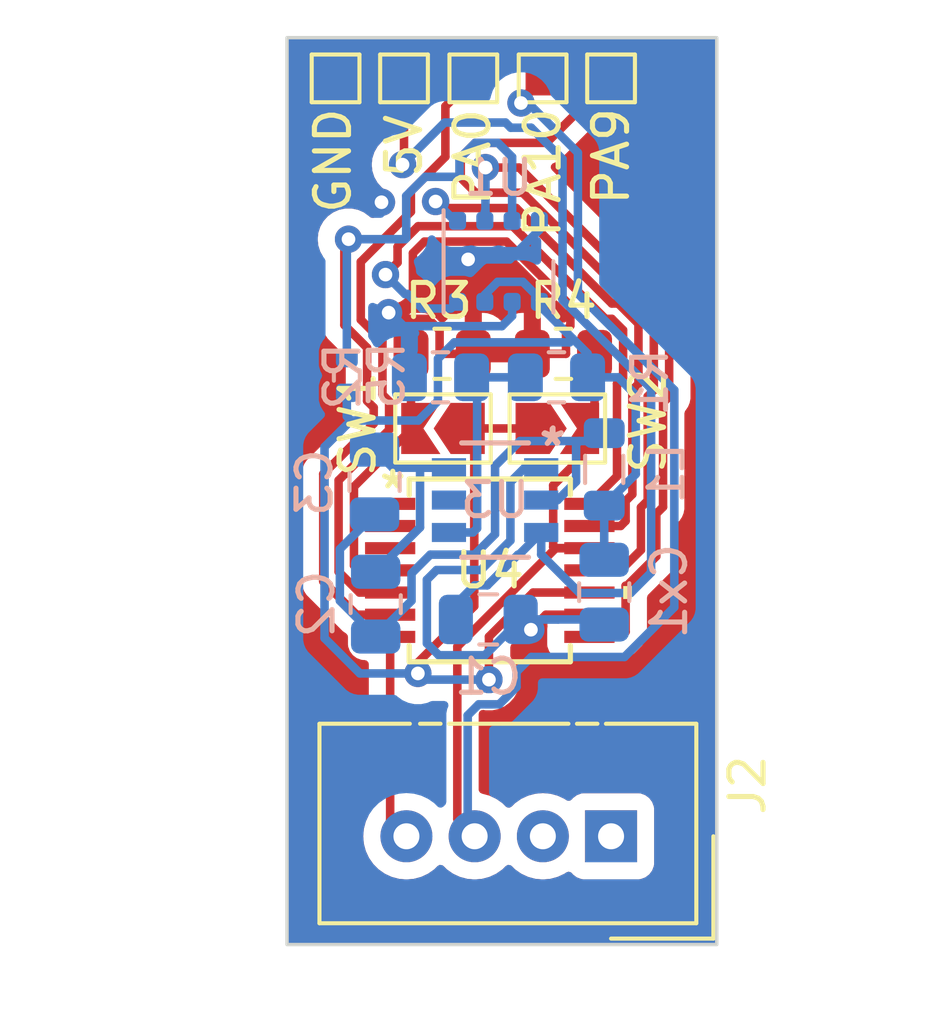
<source format=kicad_pcb>
(kicad_pcb (version 20240108) (generator "pcbnew") (generator_version "8.0")
  (layers (0 "F.Cu" signal) (31 "B.Cu" signal) (34 "B.Paste" user) (35 "F.Paste" user) (36 "B.SilkS" user "B.Silkscreen") (37 "F.SilkS" user "F.Silkscreen") (38 "B.Mask" user) (39 "F.Mask" user) (44 "Edge.Cuts" user))
  (net 0 "")
  (net 1 "GND")
  (net 2 "+5V")
  (net 3 "Net-(U3-BST)")
  (net 6 "/Grove2")
  (net 7 "/Grove1")
  (net 8 "Net-(U3-FB)")
  (net 9 "/MOSI")
  (net 10 "/MISO")
  (net 11 "/CS")
  (net 12 "/CLK")
  (net 13 "+3V3")
  (net 15 "Net-(U3-SW)")
  (net 16 "Net-(SW1-B)")
  (net 19 "/DBG_RX")
  (net 21 "/DBG_TX")
  (footprint "Jumper:SolderJumper-2_P1.3mm_Open_TrianglePad1.0x1.5mm" (layer "F.Cu") (at 117.3734 77.5 180)
    (property "Reference" "SW1" (at 2.503 0.127 90) (layer "F.SilkS"))
    (property "Value" "SW_SPST")
    (fp_line (start 1.4 1) (end -1.4 1) (stroke (width 0.12)) (layer "F.SilkS"))
    (fp_line (start 1.4 -1) (end 1.4 1) (stroke (width 0.12)) (layer "F.SilkS"))
    (fp_line (start -1.4 1) (end -1.4 -1) (stroke (width 0.12)) (layer "F.SilkS"))
    (fp_line (start -1.4 -1) (end 1.4 -1) (stroke (width 0.12)) (layer "F.SilkS"))
    (pad "1" smd custom (at -0.725 0 180) (size 0.3 0.3) (layers "F.Cu" "F.Mask") (net 13 "+3V3") (options (clearance outline) (anchor rect)) (primitives (gr_poly (pts (xy 1 0) (xy 0.5 0.75) (xy -0.5 0.75) (xy -0.5 -0.75) (xy 0.5 -0.75)) (width 0) (fill yes))))
    (pad "2" smd custom (at 0.725 0 180) (size 0.3 0.3) (layers "F.Cu" "F.Mask") (net 16 "Net-(SW1-B)") (options (clearance outline) (anchor rect)) (primitives (gr_poly (pts (xy 0.5 0.75) (xy -0.65 0.75) (xy -0.15 0) (xy -0.65 -0.75) (xy 0.5 -0.75)) (width 0) (fill yes))))
  )
  (footprint "TestPoint:TestPoint_Pad_1.0x1.0mm" (layer "F.Cu") (at 116.2304 67.2338)
    (property "Reference" "5V" (at 0 1.9812 90) (layer "F.SilkS"))
    (property "Value" "TestPoint_Pad_1.0x1.0mm")
    (fp_line (start -0.7 -0.7) (end 0.7 -0.7) (stroke (width 0.12)) (layer "F.SilkS"))
    (fp_line (start -0.7 0.7) (end -0.7 -0.7) (stroke (width 0.12)) (layer "F.SilkS"))
    (fp_line (start 0.7 -0.7) (end 0.7 0.7) (stroke (width 0.12)) (layer "F.SilkS"))
    (fp_line (start 0.7 0.7) (end -0.7 0.7) (stroke (width 0.12)) (layer "F.SilkS"))
    (pad "1" smd rect (at 0 0) (size 1 1) (layers "F.Cu" "F.Mask") (net 2 "+5V"))
  )
  (footprint "DOcuments folder:TSSOP14" (layer "F.Cu") (at 118.745 81.661)
    (property "Reference" "U4" (at 0 0 0) (layer "F.SilkS"))
    (property "Value" "STM32L011D4P6")
    (fp_line (start -2.3622 -2.6797) (end -2.3622 -2.20472) (stroke (width 0.1524)) (layer "F.SilkS"))
    (fp_line (start -2.3622 2.20472) (end -2.3622 2.6797) (stroke (width 0.1524)) (layer "F.SilkS"))
    (fp_line (start -2.3622 2.6797) (end 2.3622 2.6797) (stroke (width 0.1524)) (layer "F.SilkS"))
    (fp_line (start 2.3622 -2.6797) (end -2.3622 -2.6797) (stroke (width 0.1524)) (layer "F.SilkS"))
    (fp_line (start 2.3622 -2.20472) (end 2.3622 -2.6797) (stroke (width 0.1524)) (layer "F.SilkS"))
    (fp_line (start 2.3622 2.6797) (end 2.3622 2.20472) (stroke (width 0.1524)) (layer "F.SilkS"))
    (fp_poly (pts (xy 4.1656 0.45974) (xy 4.1656 0.84074) (xy 3.9116 0.84074) (xy 3.9116 0.45974)) (fill solid) (layer "F.SilkS"))
    (pad "1" smd rect (at -2.921 -1.95072) (size 1.4732 0.3556) (layers "F.Cu" "F.Paste" "F.Mask"))
    (pad "2" smd rect (at -2.921 -1.30048) (size 1.4732 0.3556) (layers "F.Cu" "F.Paste" "F.Mask"))
    (pad "3" smd rect (at -2.921 -0.65024) (size 1.4732 0.3556) (layers "F.Cu" "F.Paste" "F.Mask"))
    (pad "4" smd rect (at -2.921 0) (size 1.4732 0.3556) (layers "F.Cu" "F.Paste" "F.Mask") (net 16 "Net-(SW1-B)"))
    (pad "5" smd rect (at -2.921 0.65024) (size 1.4732 0.3556) (layers "F.Cu" "F.Paste" "F.Mask") (net 19 "/DBG_RX"))
    (pad "6" smd rect (at -2.921 1.30048) (size 1.4732 0.3556) (layers "F.Cu" "F.Paste" "F.Mask") (net 11 "/CS"))
    (pad "7" smd rect (at -2.921 1.95072) (size 1.4732 0.3556) (layers "F.Cu" "F.Paste" "F.Mask") (net 7 "/Grove1"))
    (pad "8" smd rect (at 2.921 1.95072) (size 1.4732 0.3556) (layers "F.Cu" "F.Paste" "F.Mask") (net 9 "/MOSI"))
    (pad "9" smd rect (at 2.921 1.30048) (size 1.4732 0.3556) (layers "F.Cu" "F.Paste" "F.Mask") (net 1 "GND"))
    (pad "10" smd rect (at 2.921 0.65024) (size 1.4732 0.3556) (layers "F.Cu" "F.Paste" "F.Mask") (net 13 "+3V3"))
    (pad "11" smd rect (at 2.921 0) (size 1.4732 0.3556) (layers "F.Cu" "F.Paste" "F.Mask") (net 21 "/DBG_TX"))
    (pad "12" smd rect (at 2.921 -0.65024) (size 1.4732 0.3556) (layers "F.Cu" "F.Paste" "F.Mask") (net 6 "/Grove2"))
    (pad "13" smd rect (at 2.921 -1.30048) (size 1.4732 0.3556) (layers "F.Cu" "F.Paste" "F.Mask") (net 12 "/CLK"))
    (pad "14" smd rect (at 2.921 -1.95072) (size 1.4732 0.3556) (layers "F.Cu" "F.Paste" "F.Mask") (net 10 "/MISO"))
  )
  (footprint "TestPoint:TestPoint_Pad_1.0x1.0mm" (layer "F.Cu") (at 122.301 67.2338)
    (property "Reference" "PA9" (at 0 2.286 90) (layer "F.SilkS"))
    (property "Value" "TestPoint_Pad_1.0x1.0mm")
    (fp_line (start -0.7 -0.7) (end 0.7 -0.7) (stroke (width 0.12)) (layer "F.SilkS"))
    (fp_line (start -0.7 0.7) (end -0.7 -0.7) (stroke (width 0.12)) (layer "F.SilkS"))
    (fp_line (start 0.7 -0.7) (end 0.7 0.7) (stroke (width 0.12)) (layer "F.SilkS"))
    (fp_line (start 0.7 0.7) (end -0.7 0.7) (stroke (width 0.12)) (layer "F.SilkS"))
    (pad "1" smd rect (at 0 0) (size 1 1) (layers "F.Cu" "F.Mask") (net 21 "/DBG_TX"))
  )
  (footprint "Connector:NS-Tech_Grove_1x04_P2mm_Vertical" (layer "F.Cu") (at 122.301 89.4588 -90)
    (property "Reference" "J2" (at -1.5 -4 90) (layer "F.SilkS"))
    (property "Value" "Conn_01x04")
    (fp_line (start -3.3 8.55) (end 2.55 8.55) (stroke (width 0.12)) (layer "F.SilkS"))
    (fp_line (start -3.3 5.9) (end -3.3 8.55) (stroke (width 0.12)) (layer "F.SilkS"))
    (fp_line (start -3.3 5) (end -3.3 5.6) (stroke (width 0.12)) (layer "F.SilkS"))
    (fp_line (start -3.3 1.25) (end -3.3 4.75) (stroke (width 0.12)) (layer "F.SilkS"))
    (fp_line (start -3.3 0.4) (end -3.3 1) (stroke (width 0.12)) (layer "F.SilkS"))
    (fp_line (start -3.3 -2.5) (end -3.3 0.15) (stroke (width 0.12)) (layer "F.SilkS"))
    (fp_line (start -3.3 -2.5) (end 2.55 -2.5) (stroke (width 0.12)) (layer "F.SilkS"))
    (fp_line (start 2.55 -2.5) (end 2.55 8.55) (stroke (width 0.12)) (layer "F.SilkS"))
    (fp_line (start 0 -3) (end 3 -3) (stroke (width 0.12)) (layer "F.SilkS"))
    (fp_line (start 3 -3) (end 3 0) (stroke (width 0.12)) (layer "F.SilkS"))
    (pad "1" thru_hole rect (at 0 0 270) (size 1.524 1.524) (drill 0.762) (layers "*.Cu" "*.Mask"))
    (pad "2" thru_hole circle (at 0 2 270) (size 1.524 1.524) (drill 0.762) (layers "*.Cu" "*.Mask"))
    (pad "3" thru_hole circle (at 0 4 270) (size 1.524 1.524) (drill 0.762) (layers "*.Cu" "*.Mask") (net 6 "/Grove2"))
    (pad "4" thru_hole circle (at 0 6 270) (size 1.524 1.524) (drill 0.762) (layers "*.Cu" "*.Mask") (net 7 "/Grove1"))
  )
  (footprint "Jumper:SolderJumper-2_P1.3mm_Open_TrianglePad1.0x1.5mm" (layer "F.Cu") (at 120.7262 77.5)
    (property "Reference" "SW2" (at 2.6554 -0.2286 90) (layer "F.SilkS"))
    (property "Value" "SW_SPST")
    (fp_line (start -1.4 -1) (end 1.4 -1) (stroke (width 0.12)) (layer "F.SilkS"))
    (fp_line (start -1.4 1) (end -1.4 -1) (stroke (width 0.12)) (layer "F.SilkS"))
    (fp_line (start 1.4 -1) (end 1.4 1) (stroke (width 0.12)) (layer "F.SilkS"))
    (fp_line (start 1.4 1) (end -1.4 1) (stroke (width 0.12)) (layer "F.SilkS"))
    (pad "1" smd custom (at -0.725 0) (size 0.3 0.3) (layers "F.Cu" "F.Mask") (net 13 "+3V3") (options (clearance outline) (anchor rect)) (primitives (gr_poly (pts (xy 1 0) (xy 0.5 0.75) (xy -0.5 0.75) (xy -0.5 -0.75) (xy 0.5 -0.75)) (width 0) (fill yes))))
    (pad "2" smd custom (at 0.725 0) (size 0.3 0.3) (layers "F.Cu" "F.Mask") (net 6 "/Grove2") (options (clearance outline) (anchor rect)) (primitives (gr_poly (pts (xy 0.5 0.75) (xy -0.65 0.75) (xy -0.15 0) (xy -0.65 -0.75) (xy 0.5 -0.75)) (width 0) (fill yes))))
  )
  (footprint "Resistor_SMD:R_0805_2012Metric" (layer "F.Cu") (at 117.348 75.311)
    (property "Reference" "R3" (at -0.1016 -1.5494 0) (layer "F.SilkS"))
    (property "Value" "10k")
    (fp_line (start -0.227064 -0.735) (end 0.227064 -0.735) (stroke (width 0.12)) (layer "F.SilkS"))
    (fp_line (start -0.227064 0.735) (end 0.227064 0.735) (stroke (width 0.12)) (layer "F.SilkS"))
    (pad "1" smd roundrect (at -0.9125 0) (size 1.025 1.4) (layers "F.Cu" "F.Paste" "F.Mask") (roundrect_rratio 0.243902) (net 16 "Net-(SW1-B)"))
    (pad "2" smd roundrect (at 0.9125 0) (size 1.025 1.4) (layers "F.Cu" "F.Paste" "F.Mask") (roundrect_rratio 0.243902) (net 1 "GND"))
  )
  (footprint "TestPoint:TestPoint_Pad_1.0x1.0mm" (layer "F.Cu") (at 120.2944 67.2338)
    (property "Reference" "PA10" (at 0 2.7686 90) (layer "F.SilkS"))
    (property "Value" "TestPoint_Pad_1.0x1.0mm")
    (fp_line (start -0.7 -0.7) (end 0.7 -0.7) (stroke (width 0.12)) (layer "F.SilkS"))
    (fp_line (start -0.7 0.7) (end -0.7 -0.7) (stroke (width 0.12)) (layer "F.SilkS"))
    (fp_line (start 0.7 -0.7) (end 0.7 0.7) (stroke (width 0.12)) (layer "F.SilkS"))
    (fp_line (start 0.7 0.7) (end -0.7 0.7) (stroke (width 0.12)) (layer "F.SilkS"))
    (pad "1" smd rect (at 0 0) (size 1 1) (layers "F.Cu" "F.Mask") (net 6 "/Grove2"))
  )
  (footprint "TestPoint:TestPoint_Pad_1.0x1.0mm" (layer "F.Cu") (at 114.2238 67.2338)
    (property "Reference" "GND" (at -0.0762 2.413 90) (layer "F.SilkS"))
    (property "Value" "TestPoint_Pad_1.0x1.0mm")
    (fp_line (start -0.7 -0.7) (end 0.7 -0.7) (stroke (width 0.12)) (layer "F.SilkS"))
    (fp_line (start -0.7 0.7) (end -0.7 -0.7) (stroke (width 0.12)) (layer "F.SilkS"))
    (fp_line (start 0.7 -0.7) (end 0.7 0.7) (stroke (width 0.12)) (layer "F.SilkS"))
    (fp_line (start 0.7 0.7) (end -0.7 0.7) (stroke (width 0.12)) (layer "F.SilkS"))
    (pad "1" smd rect (at 0 0) (size 1 1) (layers "F.Cu" "F.Mask") (net 1 "GND"))
  )
  (footprint "TestPoint:TestPoint_Pad_1.0x1.0mm" (layer "F.Cu") (at 118.2624 67.2338)
    (property "Reference" "PA0" (at -0.0254 2.3114 90) (layer "F.SilkS"))
    (property "Value" "TestPoint_Pad_1.0x1.0mm")
    (fp_line (start -0.7 -0.7) (end 0.7 -0.7) (stroke (width 0.12)) (layer "F.SilkS"))
    (fp_line (start -0.7 0.7) (end -0.7 -0.7) (stroke (width 0.12)) (layer "F.SilkS"))
    (fp_line (start 0.7 -0.7) (end 0.7 0.7) (stroke (width 0.12)) (layer "F.SilkS"))
    (fp_line (start 0.7 0.7) (end -0.7 0.7) (stroke (width 0.12)) (layer "F.SilkS"))
    (pad "1" smd rect (at 0 0) (size 1 1) (layers "F.Cu" "F.Mask") (net 19 "/DBG_RX"))
  )
  (footprint "Resistor_SMD:R_0805_2012Metric" (layer "F.Cu") (at 120.904 75.311 180)
    (property "Reference" "R4" (at 0 1.5494 0) (layer "F.SilkS"))
    (property "Value" "10k")
    (fp_line (start -0.227064 0.735) (end 0.227064 0.735) (stroke (width 0.12)) (layer "F.SilkS"))
    (fp_line (start -0.227064 -0.735) (end 0.227064 -0.735) (stroke (width 0.12)) (layer "F.SilkS"))
    (pad "1" smd roundrect (at -0.9125 0 180) (size 1.025 1.4) (layers "F.Cu" "F.Paste" "F.Mask") (roundrect_rratio 0.243902) (net 6 "/Grove2"))
    (pad "2" smd roundrect (at 0.9125 0 180) (size 1.025 1.4) (layers "F.Cu" "F.Paste" "F.Mask") (roundrect_rratio 0.243902) (net 1 "GND"))
  )
  (footprint "asd:TSOT26STANDARD_DIO" (layer "B.Cu") (at 118.9 79.6 180)
    (property "Reference" "U3" (at 0 0 0) (layer "B.SilkS") (effects (justify mirror)))
    (property "Value" "AP62250WU-7")
    (fp_line (start 0.9779 -1.6764) (end -0.9779 -1.6764) (stroke (width 0.1524)) (layer "B.SilkS"))
    (fp_line (start -0.9779 1.6764) (end 0.9779 1.6764) (stroke (width 0.1524)) (layer "B.SilkS"))
    (fp_text user "*" (at -1.6738 1.5458 180) (layer "B.SilkS") (effects (justify mirror)))
    (fp_text user "*" (at -1.6992 1.5712 0) (layer "B.SilkS") (effects (justify mirror)))
    (pad "1" smd rect (at -1.35255 0.950001 180) (size 1.0033 0.5588) (layers "B.Cu" "B.Paste" "B.Mask") (net 1 "GND"))
    (pad "2" smd rect (at -1.35255 0 180) (size 1.0033 0.5588) (layers "B.Cu" "B.Paste" "B.Mask") (net 15 "Net-(U3-SW)"))
    (pad "3" smd rect (at -1.35255 -0.950001 180) (size 1.0033 0.5588) (layers "B.Cu" "B.Paste" "B.Mask") (net 2 "+5V"))
    (pad "4" smd rect (at 1.35255 -0.950001 180) (size 1.0033 0.5588) (layers "B.Cu" "B.Paste" "B.Mask") (net 8 "Net-(U3-FB)"))
    (pad "5" smd rect (at 1.35255 0 180) (size 1.0033 0.5588) (layers "B.Cu" "B.Paste" "B.Mask"))
    (pad "6" smd rect (at 1.35255 0.950001 180) (size 1.0033 0.5588) (layers "B.Cu" "B.Paste" "B.Mask") (net 3 "Net-(U3-BST)"))
  )
  (footprint "Capacitor_SMD:C_0805_2012Metric" (layer "B.Cu") (at 115.4 82.6516 -90)
    (property "Reference" "C2" (at -0.004 1.735 90) (layer "B.SilkS") (effects (justify mirror)))
    (property "Value" "22uF")
    (fp_line (start -0.261252 0.735) (end 0.261252 0.735) (stroke (width 0.12)) (layer "B.SilkS"))
    (fp_line (start -0.261252 -0.735) (end 0.261252 -0.735) (stroke (width 0.12)) (layer "B.SilkS"))
    (pad "1" smd roundrect (at -0.95 0 270) (size 1 1.45) (layers "B.Cu" "B.Paste" "B.Mask") (net 3 "Net-(U3-BST)"))
    (pad "2" smd roundrect (at 0.95 0 270) (size 1 1.45) (layers "B.Cu" "B.Paste" "B.Mask") (net 15 "Net-(U3-SW)"))
  )
  (footprint "Resistor_SMD:R_0805_2012Metric" (layer "B.Cu") (at 120.7 76 180)
    (property "Reference" "R1" (at -2.744 -0.1492 -90) (layer "B.SilkS") (effects (justify mirror)))
    (property "Value" "31.6k")
    (fp_line (start -0.227064 0.735) (end 0.227064 0.735) (stroke (width 0.12)) (layer "B.SilkS"))
    (fp_line (start -0.227064 -0.735) (end 0.227064 -0.735) (stroke (width 0.12)) (layer "B.SilkS"))
    (pad "1" smd roundrect (at -0.9125 0 180) (size 1.025 1.4) (layers "B.Cu" "B.Paste" "B.Mask") (roundrect_rratio 0.243902) (net 13 "+3V3"))
    (pad "2" smd roundrect (at 0.9125 0 180) (size 1.025 1.4) (layers "B.Cu" "B.Paste" "B.Mask") (roundrect_rratio 0.243902) (net 8 "Net-(U3-FB)"))
  )
  (footprint "Capacitor_SMD:C_0805_2012Metric" (layer "B.Cu") (at 115.3668 79.0702 -90)
    (property "Reference" "C3" (at 0.0146 1.7588 90) (layer "B.SilkS") (effects (justify mirror)))
    (property "Value" "22uF")
    (fp_line (start 0.261252 0.735) (end -0.261252 0.735) (stroke (width 0.12)) (layer "B.SilkS"))
    (fp_line (start 0.261252 -0.735) (end -0.261252 -0.735) (stroke (width 0.12)) (layer "B.SilkS"))
    (pad "1" smd roundrect (at -0.95 0 270) (size 1 1.45) (layers "B.Cu" "B.Paste" "B.Mask") (net 3 "Net-(U3-BST)"))
    (pad "2" smd roundrect (at 0.95 0 270) (size 1 1.45) (layers "B.Cu" "B.Paste" "B.Mask") (net 15 "Net-(U3-SW)"))
  )
  (footprint "Inductor_SMD:L_0805_2012Metric" (layer "B.Cu") (at 122.1 78.7 -90)
    (property "Reference" "L1" (at 0.1162 -1.8266 90) (layer "B.SilkS") (effects (justify mirror)))
    (property "Value" "2.2uH")
    (fp_line (start -0.399622 0.56) (end 0.399622 0.56) (stroke (width 0.12)) (layer "B.SilkS"))
    (fp_line (start -0.399622 -0.56) (end 0.399622 -0.56) (stroke (width 0.12)) (layer "B.SilkS"))
    (pad "1" smd roundrect (at -1.0625 0 270) (size 0.875 1.2) (layers "B.Cu" "B.Paste" "B.Mask") (net 15 "Net-(U3-SW)"))
    (pad "2" smd roundrect (at 1.0625 0 270) (size 0.875 1.2) (layers "B.Cu" "B.Paste" "B.Mask") (net 13 "+3V3"))
  )
  (footprint "Capacitor_SMD:C_0805_2012Metric" (layer "B.Cu") (at 118.7 83.1)
    (property "Reference" "C1" (at 0 1.68 0) (layer "B.SilkS") (effects (justify mirror)))
    (property "Value" "10uF")
    (fp_line (start -0.261252 -0.735) (end 0.261252 -0.735) (stroke (width 0.12)) (layer "B.SilkS"))
    (fp_line (start -0.261252 0.735) (end 0.261252 0.735) (stroke (width 0.12)) (layer "B.SilkS"))
    (pad "1" smd roundrect (at -0.95 0) (size 1 1.45) (layers "B.Cu" "B.Paste" "B.Mask") (net 2 "+5V"))
    (pad "2" smd roundrect (at 0.95 0) (size 1 1.45) (layers "B.Cu" "B.Paste" "B.Mask") (net 1 "GND"))
  )
  (footprint "Capacitor_SMD:C_0805_2012Metric" (layer "B.Cu") (at 122.1 82.3 -90)
    (property "Reference" "Cx1" (at -0.0294 -1.9028 90) (layer "B.SilkS") (effects (justify mirror)))
    (property "Value" "10uF")
    (fp_line (start -0.261252 0.735) (end 0.261252 0.735) (stroke (width 0.12)) (layer "B.SilkS"))
    (fp_line (start -0.261252 -0.735) (end 0.261252 -0.735) (stroke (width 0.12)) (layer "B.SilkS"))
    (pad "1" smd roundrect (at -0.95 0 270) (size 1 1.45) (layers "B.Cu" "B.Paste" "B.Mask") (net 13 "+3V3"))
    (pad "2" smd roundrect (at 0.95 0 270) (size 1 1.45) (layers "B.Cu" "B.Paste" "B.Mask") (net 1 "GND"))
  )
  (footprint "Package_LGA:Bosch_LGA-8_3x3mm_P0.8mm_ClockwisePinNumbering" (layer "B.Cu") (at 119 72.6 180)
    (property "Reference" "U1" (at 0 2.45 0) (layer "B.SilkS") (effects (justify mirror)))
    (property "Value" "BME688")
    (fp_line (start 1.61 1.5) (end 1.61 -1.5) (stroke (width 0.12)) (layer "B.SilkS"))
    (fp_line (start -1.61 0) (end -1.61 -1.5) (stroke (width 0.12)) (layer "B.SilkS"))
    (pad "1" smd roundrect (at -1.2 1.1875 180) (size 0.5 0.525) (layers "B.Cu" "B.Paste" "B.Mask") (net 1 "GND"))
    (pad "2" smd roundrect (at -0.4 1.1875 180) (size 0.5 0.525) (layers "B.Cu" "B.Paste" "B.Mask") (net 11 "/CS"))
    (pad "3" smd roundrect (at 0.4 1.1875 180) (size 0.5 0.525) (layers "B.Cu" "B.Paste" "B.Mask") (net 9 "/MOSI"))
    (pad "4" smd roundrect (at 1.2 1.1875 180) (size 0.5 0.525) (layers "B.Cu" "B.Paste" "B.Mask") (net 12 "/CLK"))
    (pad "5" smd roundrect (at 1.2 -1.1875 180) (size 0.5 0.525) (layers "B.Cu" "B.Paste" "B.Mask") (net 10 "/MISO"))
    (pad "6" smd roundrect (at 0.4 -1.1875 180) (size 0.5 0.525) (layers "B.Cu" "B.Paste" "B.Mask") (net 13 "+3V3"))
    (pad "7" smd roundrect (at -0.4 -1.1875 180) (size 0.5 0.525) (layers "B.Cu" "B.Paste" "B.Mask") (net 1 "GND"))
    (pad "8" smd roundrect (at -1.2 -1.1875 180) (size 0.5 0.525) (layers "B.Cu" "B.Paste" "B.Mask") (net 13 "+3V3"))
  )
  (footprint "Resistor_SMD:R_0402_1005Metric" (layer "B.Cu") (at 114.554 75.946 90)
    (property "Reference" "R5" (at 0 1.17 90) (layer "B.SilkS") (effects (justify mirror)))
    (property "Value" "10k")
    (fp_line (start 0.153641 -0.38) (end -0.153641 -0.38) (stroke (width 0.12)) (layer "B.SilkS"))
    (fp_line (start 0.153641 0.38) (end -0.153641 0.38) (stroke (width 0.12)) (layer "B.SilkS"))
    (pad "1" smd roundrect (at -0.51 0 90) (size 0.54 0.64) (layers "B.Cu" "B.Paste" "B.Mask") (net 13 "+3V3"))
    (pad "2" smd roundrect (at 0.51 0 90) (size 0.54 0.64) (layers "B.Cu" "B.Paste" "B.Mask") (net 11 "/CS"))
  )
  (footprint "Resistor_SMD:R_0805_2012Metric" (layer "B.Cu") (at 117.3 76 180)
    (property "Reference" "R2" (at 2.873 0.0286 -90) (layer "B.SilkS") (effects (justify mirror)))
    (property "Value" "10k")
    (fp_line (start -0.227064 0.735) (end 0.227064 0.735) (stroke (width 0.12)) (layer "B.SilkS"))
    (fp_line (start -0.227064 -0.735) (end 0.227064 -0.735) (stroke (width 0.12)) (layer "B.SilkS"))
    (pad "1" smd roundrect (at -0.9125 0 180) (size 1.025 1.4) (layers "B.Cu" "B.Paste" "B.Mask") (roundrect_rratio 0.243902) (net 8 "Net-(U3-FB)"))
    (pad "2" smd roundrect (at 0.9125 0 180) (size 1.025 1.4) (layers "B.Cu" "B.Paste" "B.Mask") (roundrect_rratio 0.243902) (net 1 "GND"))
  )
  (gr_rect (start 112.8014 66.04) (end 125.3998 92.6338) (stroke (width 0.1)) (fill none) (layer "Edge.Cuts"))
  (gr_text "*" (at 115.9002 79.2988 0) (layer "F.SilkS") (effects (font (size 1 1))))
  (segment (start 117.273 75.311) (end 117.273 74.6159) (width 0.25) (layer "F.Cu") (net 1))
  (segment (start 119.233016 72.02) (end 116.830396 72.02) (width 0.25) (layer "F.Cu") (net 1))
  (segment (start 120.390382 82.96148) (end 119.950931 83.400931) (width 0.25) (layer "F.Cu") (net 1))
  (segment (start 120.979 75.311) (end 120.979 74.6159) (width 0.25) (layer "F.Cu") (net 1))
  (segment (start 115.962349 74.286) (end 116.078 74.286) (width 0.25) (layer "F.Cu") (net 1))
  (segment (start 119.9915 75.311) (end 120.979 75.311) (width 0.25) (layer "F.Cu") (net 1))
  (segment (start 116.491 73.873) (end 116.078 74.286) (width 0.25) (layer "F.Cu") (net 1))
  (segment (start 116.491 72.359396) (end 116.491 73.873) (width 0.25) (layer "F.Cu") (net 1))
  (segment (start 121.1072 73.894184) (end 119.233016 72.02) (width 0.25) (layer "F.Cu") (net 1))
  (segment (start 116.830396 72.02) (end 116.491 72.359396) (width 0.25) (layer "F.Cu") (net 1))
  (segment (start 116.9431 74.286) (end 116.078 74.286) (width 0.25) (layer "F.Cu") (net 1))
  (segment (start 117.273 74.6159) (end 116.9431 74.286) (width 0.25) (layer "F.Cu") (net 1))
  (segment (start 121.1072 74.4877) (end 121.1072 73.894184) (width 0.25) (layer "F.Cu") (net 1))
  (segment (start 120.979 74.6159) (end 121.1072 74.4877) (width 0.25) (layer "F.Cu") (net 1))
  (segment (start 121.666 82.96148) (end 120.390382 82.96148) (width 0.25) (layer "F.Cu") (net 1))
  (segment (start 115.779771 74.103422) (end 115.962349 74.286) (width 0.25) (layer "F.Cu") (net 1))
  (segment (start 118.2605 75.311) (end 117.273 75.311) (width 0.25) (layer "F.Cu") (net 1))
  (via (at 119.950931 83.400931) (size 0.8) (drill 0.4) (layers "F.Cu" "B.Cu") (net 1))
  (via (at 118.11 72.5424) (size 0.8) (drill 0.4) (layers "F.Cu" "B.Cu") (net 1))
  (via (at 115.779771 74.103422) (size 0.8) (drill 0.4) (layers "F.Cu" "B.Cu") (net 1))
  (via (at 115.57 70.866) (size 0.8) (drill 0.4) (layers "F.Cu" "B.Cu") (net 1))
  (segment (start 120.2 71.674999) (end 120.2 71.4125) (width 0.25) (layer "B.Cu") (net 1))
  (segment (start 119.35 80.786396) (end 119.35 79.0715) (width 0.25) (layer "B.Cu") (net 1))
  (segment (start 119.85 83.1) (end 120.15 83.4) (width 0.25) (layer "B.Cu") (net 1))
  (segment (start 120.251862 83.1) (end 120.7516 83.1) (width 0.25) (layer "B.Cu") (net 1))
  (segment (start 119.35 79.0715) (end 119.771501 78.649999) (width 0.25) (layer "B.Cu") (net 1))
  (segment (start 119.65 83.1) (end 120.7516 83.1) (width 0.25) (layer "B.Cu") (net 1))
  (segment (start 119.65 83.1) (end 118.6 84.15) (width 0.25) (layer "B.Cu") (net 1))
  (segment (start 121.95 83.1) (end 120.7516 83.1) (width 0.25) (layer "B.Cu") (net 1))
  (segment (start 119.1 74.5) (end 116.176349 74.5) (width 0.25) (layer "B.Cu") (net 1))
  (segment (start 119.4 73.7875) (end 119.4 74.2) (width 0.25) (layer "B.Cu") (net 1))
  (segment (start 116.176349 74.5) (end 115.779771 74.103422) (width 0.25) (layer "B.Cu") (net 1))
  (segment (start 122.1 83.25) (end 121.95 83.1) (width 0.25) (layer "B.Cu") (net 1))
  (segment (start 119.950931 83.400931) (end 120.251862 83.1) (width 0.25) (layer "B.Cu") (net 1))
  (segment (start 118.6 84.15) (end 117.25 84.15) (width 0.25) (layer "B.Cu") (net 1))
  (segment (start 117.25 84.15) (end 116.9 83.8) (width 0.25) (layer "B.Cu") (net 1))
  (segment (start 119.771501 78.649999) (end 120.25255 78.649999) (width 0.25) (layer "B.Cu") (net 1))
  (segment (start 118.11 72.5424) (end 119.332599 72.5424) (width 0.25) (layer "B.Cu") (net 1))
  (segment (start 116.9 81.936396) (end 117.186396 81.65) (width 0.25) (layer "B.Cu") (net 1))
  (segment (start 116.9 83.8) (end 116.9 81.936396) (width 0.25) (layer "B.Cu") (net 1))
  (segment (start 119.65 83.1) (end 119.85 83.1) (width 0.25) (layer "B.Cu") (net 1))
  (segment (start 119.332599 72.5424) (end 120.2 71.674999) (width 0.25) (layer "B.Cu") (net 1))
  (segment (start 117.186396 81.65) (end 118.486396 81.65) (width 0.25) (layer "B.Cu") (net 1))
  (segment (start 119.4 74.2) (end 119.1 74.5) (width 0.25) (layer "B.Cu") (net 1))
  (segment (start 118.486396 81.65) (end 119.35 80.786396) (width 0.25) (layer "B.Cu") (net 1))
  (segment (start 116.2304 69.720643) (end 116.2304 67.2338) (width 0.25) (layer "F.Cu") (net 2))
  (segment (start 116.187364 69.763679) (end 116.2304 69.720643) (width 0.25) (layer "F.Cu") (net 2))
  (via (at 116.187364 69.763679) (size 0.8) (drill 0.4) (layers "F.Cu" "B.Cu") (net 2))
  (segment (start 119.602551 81.2) (end 119.572792 81.2) (width 0.25) (layer "B.Cu") (net 2))
  (segment (start 123.475 76.3299) (end 123.475 81.725) (width 0.25) (layer "B.Cu") (net 2))
  (segment (start 120.25255 80.550001) (end 119.602551 81.2) (width 0.25) (layer "B.Cu") (net 2))
  (segment (start 123.475 81.725) (end 122.875 82.325) (width 0.25) (layer "B.Cu") (net 2))
  (segment (start 118.672792 82.1) (end 118.3 82.1) (width 0.25) (layer "B.Cu") (net 2))
  (segment (start 119.959705 68.6816) (end 120.8786 69.600495) (width 0.25) (layer "B.Cu") (net 2))
  (segment (start 119.359095 68.6816) (end 119.959705 68.6816) (width 0.25) (layer "B.Cu") (net 2))
  (segment (start 121.3799 82.325) (end 120.25255 81.19765) (width 0.25) (layer "B.Cu") (net 2))
  (segment (start 122.875 82.325) (end 121.3799 82.325) (width 0.25) (layer "B.Cu") (net 2))
  (segment (start 120.8786 69.600495) (end 120.8786 73.7335) (width 0.25) (layer "B.Cu") (net 2))
  (segment (start 120.8786 73.7335) (end 123.475 76.3299) (width 0.25) (layer "B.Cu") (net 2))
  (segment (start 117.421843 68.5292) (end 119.206695 68.5292) (width 0.25) (layer "B.Cu") (net 2))
  (segment (start 119.206695 68.5292) (end 119.359095 68.6816) (width 0.25) (layer "B.Cu") (net 2))
  (segment (start 118.3 82.1) (end 117.75 82.65) (width 0.25) (layer "B.Cu") (net 2))
  (segment (start 119.572792 81.2) (end 118.672792 82.1) (width 0.25) (layer "B.Cu") (net 2))
  (segment (start 120.25255 81.19765) (end 120.25255 80.550001) (width 0.25) (layer "B.Cu") (net 2))
  (segment (start 117.75 82.65) (end 117.75 83.1) (width 0.25) (layer "B.Cu") (net 2))
  (segment (start 116.187364 69.763679) (end 117.421843 68.5292) (width 0.25) (layer "B.Cu") (net 2))
  (segment (start 116.7 78.7) (end 116.750001 78.649999) (width 0.25) (layer "B.Cu") (net 3))
  (segment (start 115.4 81.7016) (end 116.7 80.4016) (width 0.25) (layer "B.Cu") (net 3))
  (segment (start 115.896599 78.649999) (end 117.54745 78.649999) (width 0.25) (layer "B.Cu") (net 3))
  (segment (start 116.750001 78.649999) (end 117.54745 78.649999) (width 0.25) (layer "B.Cu") (net 3))
  (segment (start 116.7 80.4016) (end 116.7 78.7) (width 0.25) (layer "B.Cu") (net 3))
  (segment (start 115.3668 78.1202) (end 115.896599 78.649999) (width 0.25) (layer "B.Cu") (net 3))
  (segment (start 121.4512 78.3198) (end 120.6044 79.1666) (width 0.25) (layer "F.Cu") (net 6))
  (segment (start 121.8165 75.311) (end 121.8165 77.1347) (width 0.25) (layer "F.Cu") (net 6))
  (segment (start 121.8165 77.1347) (end 121.4512 77.5) (width 0.25) (layer "F.Cu") (net 6))
  (segment (start 117.793 88.9508) (end 118.301 89.4588) (width 0.25) (layer "F.Cu") (net 6))
  (segment (start 117.793 83.89716) (end 117.793 88.9508) (width 0.25) (layer "F.Cu") (net 6))
  (segment (start 121.666 81.01076) (end 120.6794 81.01076) (width 0.25) (layer "F.Cu") (net 6))
  (segment (start 120.6044 79.1666) (end 120.6044 80.9804) (width 0.25) (layer "F.Cu") (net 6))
  (segment (start 120.63476 81.01076) (end 121.666 81.01076) (width 0.25) (layer "F.Cu") (net 6))
  (segment (start 120.6044 80.9804) (end 120.63476 81.01076) (width 0.25) (layer "F.Cu") (net 6))
  (segment (start 119.6594 67.8688) (end 120.2944 67.2338) (width 0.25) (layer "F.Cu") (net 6))
  (segment (start 121.4512 77.5) (end 121.4512 78.3198) (width 0.25) (layer "F.Cu") (net 6))
  (segment (start 120.6794 81.01076) (end 117.793 83.89716) (width 0.25) (layer "F.Cu") (net 6))
  (segment (start 119.6594 67.9566) (end 119.6594 67.8688) (width 0.25) (layer "F.Cu") (net 6))
  (via (at 119.6594 67.9566) (size 0.8) (drill 0.4) (layers "F.Cu" "B.Cu") (net 6))
  (segment (start 118.42017 85.589921) (end 118.0978 85.912291) (width 0.25) (layer "B.Cu") (net 6))
  (segment (start 124.1552 82.7399) (end 122.6941 84.201) (width 0.25) (layer "B.Cu") (net 6))
  (segment (start 124.1552 76.373704) (end 124.1552 82.7399) (width 0.25) (layer "B.Cu") (net 6))
  (segment (start 122.6941 84.201) (end 119.9642 84.201) (width 0.25) (layer "B.Cu") (net 6))
  (segment (start 118.0978 85.912291) (end 118.0978 89.2556) (width 0.25) (layer "B.Cu") (net 6))
  (segment (start 119.529809 85.080892) (end 119.02078 85.589921) (width 0.25) (layer "B.Cu") (net 6))
  (segment (start 119.529809 84.635391) (end 119.529809 85.080892) (width 0.25) (layer "B.Cu") (net 6))
  (segment (start 119.871101 67.9566) (end 121.3286 69.414099) (width 0.25) (layer "B.Cu") (net 6))
  (segment (start 118.0978 89.2556) (end 118.301 89.4588) (width 0.25) (layer "B.Cu") (net 6))
  (segment (start 119.02078 85.589921) (end 118.42017 85.589921) (width 0.25) (layer "B.Cu") (net 6))
  (segment (start 121.3286 73.547104) (end 124.1552 76.373704) (width 0.25) (layer "B.Cu") (net 6))
  (segment (start 119.6594 67.9566) (end 119.871101 67.9566) (width 0.25) (layer "B.Cu") (net 6))
  (segment (start 119.9642 84.201) (end 119.529809 84.635391) (width 0.25) (layer "B.Cu") (net 6))
  (segment (start 121.3286 69.414099) (end 121.3286 73.547104) (width 0.25) (layer "B.Cu") (net 6))
  (segment (start 115.824 88.9818) (end 115.824 83.61172) (width 0.25) (layer "F.Cu") (net 7))
  (segment (start 116.301 89.4588) (end 115.824 88.9818) (width 0.25) (layer "F.Cu") (net 7))
  (segment (start 118.2125 76) (end 118.3741 76.1616) (width 0.25) (layer "B.Cu") (net 8))
  (segment (start 118.249999 80.550001) (end 117.54745 80.550001) (width 0.25) (layer "B.Cu") (net 8))
  (segment (start 118.3741 80.4259) (end 118.249999 80.550001) (width 0.25) (layer "B.Cu") (net 8))
  (segment (start 118.2125 76) (end 119.7875 76) (width 0.25) (layer "B.Cu") (net 8))
  (segment (start 118.3741 76.1616) (end 118.3741 80.4259) (width 0.25) (layer "B.Cu") (net 8))
  (segment (start 122.7276 82.111) (end 122.7276 83.46428) (width 0.25) (layer "F.Cu") (net 9))
  (segment (start 124.004 74.056712) (end 124.004 76.565288) (width 0.25) (layer "F.Cu") (net 9))
  (segment (start 123.825 76.744288) (end 123.825 79.8026) (width 0.25) (layer "F.Cu") (net 9))
  (segment (start 119.6086 69.85) (end 122.6946 72.936) (width 0.25) (layer "F.Cu") (net 9))
  (segment (start 122.7276 83.46428) (end 122.58016 83.61172) (width 0.25) (layer "F.Cu") (net 9))
  (segment (start 123.6276 80) (end 123.6276 81.249956) (width 0.25) (layer "F.Cu") (net 9))
  (segment (start 123.825 79.8026) (end 123.6276 80) (width 0.25) (layer "F.Cu") (net 9))
  (segment (start 122.766556 82.111) (end 122.7276 82.111) (width 0.25) (layer "F.Cu") (net 9))
  (segment (start 118.618 69.85) (end 119.6086 69.85) (width 0.25) (layer "F.Cu") (net 9))
  (segment (start 122.58016 83.61172) (end 121.666 83.61172) (width 0.25) (layer "F.Cu") (net 9))
  (segment (start 124.004 76.565288) (end 123.825 76.744288) (width 0.25) (layer "F.Cu") (net 9))
  (segment (start 123.6276 81.249956) (end 122.766556 82.111) (width 0.25) (layer "F.Cu") (net 9))
  (segment (start 122.883288 72.936) (end 124.004 74.056712) (width 0.25) (layer "F.Cu") (net 9))
  (segment (start 122.6946 72.936) (end 122.883288 72.936) (width 0.25) (layer "F.Cu") (net 9))
  (via (at 118.618 69.85) (size 0.8) (drill 0.4) (layers "F.Cu" "B.Cu") (net 9))
  (segment (start 118.618 69.85) (end 118.618 71.132001) (width 0.25) (layer "B.Cu") (net 9))
  (segment (start 118.618 71.132001) (end 118.6 71.150001) (width 0.25) (layer "B.Cu") (net 9))
  (segment (start 118.6 71.150001) (end 118.6 71.4125) (width 0.25) (layer "B.Cu") (net 9))
  (segment (start 119.419412 71.57) (end 122.135412 74.286) (width 0.25) (layer "F.Cu") (net 10))
  (segment (start 122.475 76.1851) (end 122.475 78.90128) (width 0.25) (layer "F.Cu") (net 10))
  (segment (start 122.654 74.6159) (end 122.654 76.0061) (width 0.25) (layer "F.Cu") (net 10))
  (segment (start 116.644 71.57) (end 119.419412 71.57) (width 0.25) (layer "F.Cu") (net 10))
  (segment (start 116.041 72.634392) (end 116.041 72.173) (width 0.25) (layer "F.Cu") (net 10))
  (segment (start 122.3241 74.286) (end 122.654 74.6159) (width 0.25) (layer "F.Cu") (net 10))
  (segment (start 122.475 78.90128) (end 121.666 79.71028) (width 0.25) (layer "F.Cu") (net 10))
  (segment (start 116.041 72.173) (end 116.644 71.57) (width 0.25) (layer "F.Cu") (net 10))
  (segment (start 115.687392 72.988) (end 116.041 72.634392) (width 0.25) (layer "F.Cu") (net 10))
  (segment (start 122.135412 74.286) (end 122.3241 74.286) (width 0.25) (layer "F.Cu") (net 10))
  (segment (start 122.654 76.0061) (end 122.475 76.1851) (width 0.25) (layer "F.Cu") (net 10))
  (via (at 115.687392 72.988) (size 0.8) (drill 0.4) (layers "F.Cu" "B.Cu") (net 10))
  (segment (start 115.687392 72.988) (end 116.257257 73.557865) (width 0.25) (layer "B.Cu") (net 10))
  (segment (start 116.257257 73.557865) (end 116.340268 73.557865) (width 0.25) (layer "B.Cu") (net 10))
  (segment (start 117.60494 73.98256) (end 117.8 73.7875) (width 0.25) (layer "B.Cu") (net 10))
  (segment (start 116.764963 73.98256) (end 117.60494 73.98256) (width 0.25) (layer "B.Cu") (net 10))
  (segment (start 116.340268 73.557865) (end 116.764963 73.98256) (width 0.25) (layer "B.Cu") (net 10))
  (segment (start 115.148 75.133352) (end 115.148 76.6924) (width 0.25) (layer "F.Cu") (net 11))
  (segment (start 113.8624 78.834688) (end 113.8624 81.98648) (width 0.25) (layer "F.Cu") (net 11))
  (segment (start 115.3414 77.355688) (end 113.8624 78.834688) (width 0.25) (layer "F.Cu") (net 11))
  (segment (start 114.480505 74.465857) (end 115.148 75.133352) (width 0.25) (layer "F.Cu") (net 11))
  (segment (start 115.3414 76.8858) (end 115.3414 77.355688) (width 0.25) (layer "F.Cu") (net 11))
  (segment (start 114.480505 72.071793) (end 114.480505 74.465857) (width 0.25) (layer "F.Cu") (net 11))
  (segment (start 114.8374 82.96148) (end 115.824 82.96148) (width 0.25) (layer "F.Cu") (net 11))
  (segment (start 115.148 76.6924) (end 115.3414 76.8858) (width 0.25) (layer "F.Cu") (net 11))
  (segment (start 114.602843 71.949455) (end 114.480505 72.071793) (width 0.25) (layer "F.Cu") (net 11))
  (segment (start 113.8624 81.98648) (end 114.8374 82.96148) (width 0.25) (layer "F.Cu") (net 11))
  (via (at 114.602843 71.949455) (size 0.8) (drill 0.4) (layers "F.Cu" "B.Cu") (net 11))
  (segment (start 117.856 70.104) (end 117.84 70.12) (width 0.25) (layer "B.Cu") (net 11))
  (segment (start 114.554 75.436) (end 114.554 71.998298) (width 0.25) (layer "B.Cu") (net 11))
  (segment (start 114.554 71.998298) (end 114.602843 71.949455) (width 0.25) (layer "B.Cu") (net 11))
  (segment (start 119.4 71.4125) (end 119.4 69.5398) (width 0.25) (layer "B.Cu") (net 11))
  (segment (start 114.602843 71.949455) (end 114.653388 72) (width 0.25) (layer "B.Cu") (net 11))
  (segment (start 116.295 71.919) (end 116.264545 71.949455) (width 0.25) (layer "B.Cu") (net 11))
  (segment (start 119.4 71.51486) (end 119.4 71.4125) (width 0.25) (layer "B.Cu") (net 11))
  (segment (start 116.856348 70.12) (end 116.295 70.681348) (width 0.25) (layer "B.Cu") (net 11))
  (segment (start 118.9852 69.125) (end 118.317695 69.125) (width 0.25) (layer "B.Cu") (net 11))
  (segment (start 118.317695 69.125) (end 117.856 69.586695) (width 0.25) (layer "B.Cu") (net 11))
  (segment (start 116.295 70.681348) (end 116.295 71.919) (width 0.25) (layer "B.Cu") (net 11))
  (segment (start 117.856 69.586695) (end 117.856 70.104) (width 0.25) (layer "B.Cu") (net 11))
  (segment (start 119.4 69.5398) (end 118.9852 69.125) (width 0.25) (layer "B.Cu") (net 11))
  (segment (start 117.84 70.12) (end 116.856348 70.12) (width 0.25) (layer "B.Cu") (net 11))
  (segment (start 116.264545 71.949455) (end 114.602843 71.949455) (width 0.25) (layer "B.Cu") (net 11))
  (segment (start 119.522408 71.0366) (end 122.321808 73.836) (width 0.25) (layer "F.Cu") (net 12))
  (segment (start 117.348253 71.0366) (end 119.522408 71.0366) (width 0.25) (layer "F.Cu") (net 12))
  (segment (start 117.156653 70.845) (end 117.348253 71.0366) (width 0.25) (layer "F.Cu") (net 12))
  (segment (start 122.58016 80.36052) (end 121.666 80.36052) (width 0.25) (layer "F.Cu") (net 12))
  (segment (start 122.7276 79.627208) (end 122.7276 80.21308) (width 0.25) (layer "F.Cu") (net 12))
  (segment (start 123.104 74.429504) (end 123.104 76.192496) (width 0.25) (layer "F.Cu") (net 12))
  (segment (start 122.925 79.429808) (end 122.7276 79.627208) (width 0.25) (layer "F.Cu") (net 12))
  (segment (start 122.321808 73.836) (end 122.510496 73.836) (width 0.25) (layer "F.Cu") (net 12))
  (segment (start 122.7276 80.21308) (end 122.58016 80.36052) (width 0.25) (layer "F.Cu") (net 12))
  (segment (start 122.925 76.371496) (end 122.925 79.429808) (width 0.25) (layer "F.Cu") (net 12))
  (segment (start 123.104 76.192496) (end 122.925 76.371496) (width 0.25) (layer "F.Cu") (net 12))
  (segment (start 122.510496 73.836) (end 123.104 74.429504) (width 0.25) (layer "F.Cu") (net 12))
  (via (at 117.156653 70.845) (size 0.8) (drill 0.4) (layers "F.Cu" "B.Cu") (net 12))
  (segment (start 117.156653 70.845) (end 117.724153 71.4125) (width 0.25) (layer "B.Cu") (net 12))
  (segment (start 117.724153 71.4125) (end 117.8 71.4125) (width 0.25) (layer "B.Cu") (net 12))
  (segment (start 118.29 77.6916) (end 118.0984 77.5) (width 0.25) (layer "F.Cu") (net 13))
  (segment (start 116.6368 84.36332) (end 118.29 82.71012) (width 0.25) (layer "F.Cu") (net 13))
  (segment (start 116.6368 84.6836) (end 116.6368 84.36332) (width 0.25) (layer "F.Cu") (net 13))
  (segment (start 118.0984 77.5) (end 120.0012 77.5) (width 0.25) (layer "F.Cu") (net 13))
  (segment (start 118.29 82.71012) (end 118.29 77.6916) (width 0.25) (layer "F.Cu") (net 13))
  (segment (start 118.720475 83.606082) (end 118.720475 84.864921) (width 0.25) (layer "F.Cu") (net 13))
  (segment (start 121.666 82.31124) (end 120.015317 82.31124) (width 0.25) (layer "F.Cu") (net 13))
  (segment (start 120.015317 82.31124) (end 118.720475 83.606082) (width 0.25) (layer "F.Cu") (net 13))
  (via (at 116.6368 84.6836) (size 0.8) (drill 0.4) (layers "F.Cu" "B.Cu") (net 13))
  (via (at 118.720475 84.864921) (size 0.8) (drill 0.4) (layers "F.Cu" "B.Cu") (net 13))
  (segment (start 118.6 73.5764) (end 118.6 73.7875) (width 0.25) (layer "B.Cu") (net 13))
  (segment (start 121.6125 76) (end 121.6125 75.30236) (width 0.25) (layer "B.Cu") (net 13))
  (segment (start 117.7049 74.975) (end 117.225 75.4549) (width 0.25) (layer "B.Cu") (net 13))
  (segment (start 122.508704 76) (end 123.025 76.516296) (width 0.25) (layer "B.Cu") (net 13))
  (segment (start 116.6368 84.6836) (end 114.9369 84.6836) (width 0.25) (layer "B.Cu") (net 13))
  (segment (start 122.1 81.35) (end 122.1 79.7625) (width 0.25) (layer "B.Cu") (net 13))
  (segment (start 113.9 78.0419) (end 113.9 83.6467) (width 0.25) (layer "B.Cu") (net 13))
  (segment (start 121.18637 74.87623) (end 121.0876 74.975) (width 0.25) (layer "B.Cu") (net 13))
  (segment (start 118.720475 84.864921) (end 118.539154 84.6836) (width 0.25) (layer "B.Cu") (net 13))
  (segment (start 121.0876 74.975) (end 117.7049 74.975) (width 0.25) (layer "B.Cu") (net 13))
  (segment (start 120.2 73.88986) (end 120.2 73.7875) (width 0.25) (layer "B.Cu") (net 13))
  (segment (start 114.554 77.1457) (end 114.6751 77.2668) (width 0.25) (layer "B.Cu") (net 13))
  (segment (start 121.6125 75.30236) (end 121.18637 74.87623) (width 0.25) (layer "B.Cu") (net 13))
  (segment (start 123.025 76.516296) (end 123.025 78.8375) (width 0.25) (layer "B.Cu") (net 13))
  (segment (start 120.2 73.7875) (end 120.2 73.68514) (width 0.25) (layer "B.Cu") (net 13))
  (segment (start 120.2 73.68514) (end 119.71486 73.2) (width 0.25) (layer "B.Cu") (net 13))
  (segment (start 121.6125 76) (end 122.508704 76) (width 0.25) (layer "B.Cu") (net 13))
  (segment (start 123.025 78.8375) (end 122.1 79.7625) (width 0.25) (layer "B.Cu") (net 13))
  (segment (start 118.9764 73.2) (end 118.6 73.5764) (width 0.25) (layer "B.Cu") (net 13))
  (segment (start 116.818121 84.864921) (end 116.6368 84.6836) (width 0.25) (layer "B.Cu") (net 13))
  (segment (start 117.225 75.4549) (end 117.225 76.6951) (width 0.25) (layer "B.Cu") (net 13))
  (segment (start 113.9 83.6467) (end 114.9369 84.6836) (width 0.25) (layer "B.Cu") (net 13))
  (segment (start 114.6751 77.2668) (end 113.9 78.0419) (width 0.25) (layer "B.Cu") (net 13))
  (segment (start 119.71486 73.2) (end 118.9764 73.2) (width 0.25) (layer "B.Cu") (net 13))
  (segment (start 117.225 76.6951) (end 116.6533 77.2668) (width 0.25) (layer "B.Cu") (net 13))
  (segment (start 118.720475 84.864921) (end 116.818121 84.864921) (width 0.25) (layer "B.Cu") (net 13))
  (segment (start 114.554 76.456) (end 114.554 77.1457) (width 0.25) (layer "B.Cu") (net 13))
  (segment (start 121.18637 74.87623) (end 120.2 73.88986) (width 0.25) (layer "B.Cu") (net 13))
  (segment (start 116.6533 77.2668) (end 114.6751 77.2668) (width 0.25) (layer "B.Cu") (net 13))
  (segment (start 121.275 77.9625) (end 121.36875 77.86875) (width 0.25) (layer "B.Cu") (net 15))
  (segment (start 118.9 80.6) (end 118.3 81.2) (width 0.25) (layer "B.Cu") (net 15))
  (segment (start 121.275 79.058599) (end 121.275 77.9625) (width 0.25) (layer "B.Cu") (net 15))
  (segment (start 120.25255 79.6) (end 120.733599 79.6) (width 0.25) (layer "B.Cu") (net 15))
  (segment (start 121.86875 77.86875) (end 122.1 77.6375) (width 0.25) (layer "B.Cu") (net 15))
  (segment (start 118.9 78.6) (end 118.9 80.6) (width 0.25) (layer "B.Cu") (net 15))
  (segment (start 114.35 82.5516) (end 115.4 83.6016) (width 0.25) (layer "B.Cu") (net 15))
  (segment (start 121.36875 77.86875) (end 119.63125 77.86875) (width 0.25) (layer "B.Cu") (net 15))
  (segment (start 116.45 81.75) (end 116.45 82.5516) (width 0.25) (layer "B.Cu") (net 15))
  (segment (start 114.35 81.037) (end 114.35 82.5516) (width 0.25) (layer "B.Cu") (net 15))
  (segment (start 115.3668 80.0202) (end 114.35 81.037) (width 0.25) (layer "B.Cu") (net 15))
  (segment (start 118.3 81.2) (end 117 81.2) (width 0.25) (layer "B.Cu") (net 15))
  (segment (start 121.36875 77.86875) (end 121.86875 77.86875) (width 0.25) (layer "B.Cu") (net 15))
  (segment (start 116.45 82.5516) (end 115.4 83.6016) (width 0.25) (layer "B.Cu") (net 15))
  (segment (start 120.733599 79.6) (end 121.275 79.058599) (width 0.25) (layer "B.Cu") (net 15))
  (segment (start 117 81.2) (end 116.45 81.75) (width 0.25) (layer "B.Cu") (net 15))
  (segment (start 119.63125 77.86875) (end 118.9 78.6) (width 0.25) (layer "B.Cu") (net 15))
  (segment (start 116.4355 75.311) (end 116.4355 77.2871) (width 0.25) (layer "F.Cu") (net 16))
  (segment (start 116.6484 77.5) (end 116.46988 77.5) (width 0.25) (layer "F.Cu") (net 16))
  (segment (start 114.90984 81.661) (end 115.824 81.661) (width 0.25) (layer "F.Cu") (net 16))
  (segment (start 114.7624 79.20748) (end 114.7624 81.51356) (width 0.25) (layer "F.Cu") (net 16))
  (segment (start 116.46988 77.5) (end 114.7624 79.20748) (width 0.25) (layer "F.Cu") (net 16))
  (segment (start 116.4355 77.2871) (end 116.6484 77.5) (width 0.25) (layer "F.Cu") (net 16))
  (segment (start 114.7624 81.51356) (end 114.90984 81.661) (width 0.25) (layer "F.Cu") (net 16))
  (segment (start 114.3124 79.021084) (end 115.7914 77.542084) (width 0.25) (layer "F.Cu") (net 19))
  (segment (start 114.923684 82.31124) (end 114.3124 81.699956) (width 0.25) (layer "F.Cu") (net 19))
  (segment (start 114.3124 81.699956) (end 114.3124 79.021084) (width 0.25) (layer "F.Cu") (net 19))
  (segment (start 115.824 82.31124) (end 114.923684 82.31124) (width 0.25) (layer "F.Cu") (net 19))
  (segment (start 115.598 76.506004) (end 115.598 74.946956) (width 0.25) (layer "F.Cu") (net 19))
  (segment (start 117.443 68.0532) (end 118.2624 67.2338) (width 0.25) (layer "F.Cu") (net 19))
  (segment (start 115.598 74.946956) (end 114.962392 74.311348) (width 0.25) (layer "F.Cu") (net 19))
  (segment (start 116.431653 71.145305) (end 116.431653 70.544695) (width 0.25) (layer "F.Cu") (net 19))
  (segment (start 115.7914 77.542084) (end 115.7914 76.699404) (width 0.25) (layer "F.Cu") (net 19))
  (segment (start 117.443 69.533348) (end 117.443 68.0532) (width 0.25) (layer "F.Cu") (net 19))
  (segment (start 114.962392 72.614566) (end 116.431653 71.145305) (width 0.25) (layer "F.Cu") (net 19))
  (segment (start 114.962392 74.311348) (end 114.962392 72.614566) (width 0.25) (layer "F.Cu") (net 19))
  (segment (start 116.431653 70.544695) (end 117.443 69.533348) (width 0.25) (layer "F.Cu") (net 19))
  (segment (start 115.7914 76.699404) (end 115.598 76.506004) (width 0.25) (layer "F.Cu") (net 19))
  (segment (start 122.508204 73.386) (end 119.708804 70.5866) (width 0.25) (layer "F.Cu") (net 21))
  (segment (start 117.893 70.150305) (end 117.893 69.549695) (width 0.25) (layer "F.Cu") (net 21))
  (segment (start 117.893 69.549695) (end 118.317695 69.125) (width 0.25) (layer "F.Cu") (net 21))
  (segment (start 123.375 76.557892) (end 123.554 76.378892) (width 0.25) (layer "F.Cu") (net 21))
  (segment (start 123.554 76.378892) (end 123.554 74.243108) (width 0.25) (layer "F.Cu") (net 21))
  (segment (start 118.329295 70.5866) (end 117.893 70.150305) (width 0.25) (layer "F.Cu") (net 21))
  (segment (start 123.1776 79.813604) (end 123.375 79.616204) (width 0.25) (layer "F.Cu") (net 21))
  (segment (start 123.1776 81.06356) (end 123.1776 79.813604) (width 0.25) (layer "F.Cu") (net 21))
  (segment (start 123.554 74.243108) (end 122.696892 73.386) (width 0.25) (layer "F.Cu") (net 21))
  (segment (start 119.708804 70.5866) (end 118.329295 70.5866) (width 0.25) (layer "F.Cu") (net 21))
  (segment (start 122.696892 73.386) (end 122.508204 73.386) (width 0.25) (layer "F.Cu") (net 21))
  (segment (start 120.4098 69.125) (end 122.301 67.2338) (width 0.25) (layer "F.Cu") (net 21))
  (segment (start 123.375 79.616204) (end 123.375 76.557892) (width 0.25) (layer "F.Cu") (net 21))
  (segment (start 118.317695 69.125) (end 120.4098 69.125) (width 0.25) (layer "F.Cu") (net 21))
  (segment (start 122.58016 81.661) (end 123.1776 81.06356) (width 0.25) (layer "F.Cu") (net 21))
  (segment (start 121.666 81.661) (end 122.58016 81.661) (width 0.25) (layer "F.Cu") (net 21))
  (zone (net 1) (net_name "GND") (layers "F&B.Cu") (connect_pads (clearance 0.5)) (min_thickness 0.25) (fill yes (thermal_gap 0.5) (thermal_bridge_width 0.5))
    (polygon (pts (xy 109.22 66.04) (xy 127 66.04) (xy 127 94.9452) (xy 112.431688 94.9452)))
  )
)
</source>
